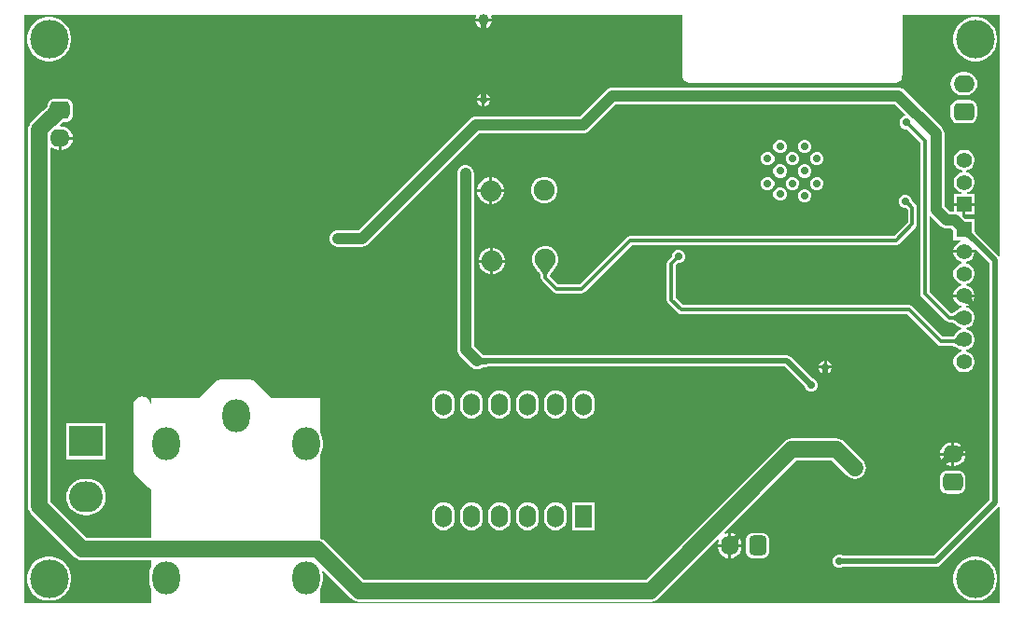
<source format=gbl>
G04*
G04 #@! TF.GenerationSoftware,Altium Limited,Altium Designer,21.0.8 (223)*
G04*
G04 Layer_Physical_Order=2*
G04 Layer_Color=16711680*
%FSTAX25Y25*%
%MOIN*%
G70*
G04*
G04 #@! TF.SameCoordinates,ACC495E8-7B1D-45BE-8A89-05A210FF911E*
G04*
G04*
G04 #@! TF.FilePolarity,Positive*
G04*
G01*
G75*
%ADD94C,0.01181*%
%ADD95C,0.01968*%
%ADD96C,0.03937*%
%ADD97C,0.05906*%
%ADD100C,0.02756*%
%ADD101O,0.12000X0.11000*%
%ADD102R,0.12000X0.11000*%
%ADD103C,0.05512*%
%ADD104R,0.05512X0.05512*%
%ADD105C,0.07500*%
%ADD106O,0.09843X0.11811*%
G04:AMPARAMS|DCode=107|XSize=70.87mil|YSize=62.99mil|CornerRadius=15.75mil|HoleSize=0mil|Usage=FLASHONLY|Rotation=270.000|XOffset=0mil|YOffset=0mil|HoleType=Round|Shape=RoundedRectangle|*
%AMROUNDEDRECTD107*
21,1,0.07087,0.03150,0,0,270.0*
21,1,0.03937,0.06299,0,0,270.0*
1,1,0.03150,-0.01575,-0.01968*
1,1,0.03150,-0.01575,0.01968*
1,1,0.03150,0.01575,0.01968*
1,1,0.03150,0.01575,-0.01968*
%
%ADD107ROUNDEDRECTD107*%
%ADD108O,0.06299X0.07087*%
%ADD109O,0.07500X0.06200*%
G04:AMPARAMS|DCode=110|XSize=62mil|YSize=75mil|CornerRadius=15.5mil|HoleSize=0mil|Usage=FLASHONLY|Rotation=90.000|XOffset=0mil|YOffset=0mil|HoleType=Round|Shape=RoundedRectangle|*
%AMROUNDEDRECTD110*
21,1,0.06200,0.04400,0,0,90.0*
21,1,0.03100,0.07500,0,0,90.0*
1,1,0.03100,0.02200,0.01550*
1,1,0.03100,0.02200,-0.01550*
1,1,0.03100,-0.02200,-0.01550*
1,1,0.03100,-0.02200,0.01550*
%
%ADD110ROUNDEDRECTD110*%
%ADD111O,0.07087X0.06299*%
G04:AMPARAMS|DCode=112|XSize=70.87mil|YSize=62.99mil|CornerRadius=15.75mil|HoleSize=0mil|Usage=FLASHONLY|Rotation=180.000|XOffset=0mil|YOffset=0mil|HoleType=Round|Shape=RoundedRectangle|*
%AMROUNDEDRECTD112*
21,1,0.07087,0.03150,0,0,180.0*
21,1,0.03937,0.06299,0,0,180.0*
1,1,0.03150,-0.01968,0.01575*
1,1,0.03150,0.01968,0.01575*
1,1,0.03150,0.01968,-0.01575*
1,1,0.03150,-0.01968,-0.01575*
%
%ADD112ROUNDEDRECTD112*%
%ADD113O,0.06000X0.08000*%
%ADD114R,0.06000X0.08000*%
%ADD115C,0.03937*%
%ADD116C,0.13780*%
G36*
X0451337Y0246965D02*
X0450837Y0246832D01*
X0443099Y0254569D01*
X0442663Y0255036D01*
X0442451Y0255301D01*
X0442274Y0255556D01*
X0442256Y0255587D01*
Y0256309D01*
X0442264Y0256347D01*
X0442256Y0256385D01*
Y0260063D01*
X0438978D01*
X0437905Y0261137D01*
X0438083Y0261566D01*
Y0264854D01*
X0434827D01*
Y0262624D01*
X0433658D01*
X0431494Y0264787D01*
Y0290685D01*
X0431392Y029146D01*
X0431093Y0292182D01*
X0430617Y0292802D01*
X0417117Y0306302D01*
X0416497Y0306778D01*
X0415775Y0307077D01*
X0415Y0307179D01*
X0313D01*
X0312225Y0307077D01*
X0311503Y0306778D01*
X0310883Y0306302D01*
X0301276Y0296695D01*
X0264173D01*
X0263398Y0296593D01*
X0262975Y0296418D01*
X0262676Y0296294D01*
X0262056Y0295818D01*
X0222417Y0256179D01*
X0215D01*
X0214805Y0256153D01*
X0214609D01*
X021442Y0256103D01*
X0214225Y0256077D01*
X0214044Y0256002D01*
X0213854Y0255951D01*
X0213684Y0255853D01*
X0213503Y0255778D01*
X0213347Y0255659D01*
X0213177Y025556D01*
X0213038Y0255422D01*
X0212883Y0255302D01*
X0212763Y0255147D01*
X0212625Y0255008D01*
X0212526Y0254838D01*
X0212407Y0254682D01*
X0212332Y0254501D01*
X0212234Y0254331D01*
X0212183Y0254141D01*
X0212108Y025396D01*
X0212082Y0253765D01*
X0212032Y0253576D01*
Y025338D01*
X0212006Y0253185D01*
X0212032Y025299D01*
Y0252794D01*
X0212082Y0252605D01*
X0212108Y025241D01*
X0212183Y0252229D01*
X0212234Y0252039D01*
X0212332Y0251869D01*
X0212407Y0251688D01*
X0212526Y0251532D01*
X0212625Y0251362D01*
X0212763Y0251223D01*
X0212883Y0251068D01*
X0213038Y0250948D01*
X0213177Y025081D01*
X0213347Y0250711D01*
X0213503Y0250592D01*
X0213684Y0250517D01*
X0213854Y0250419D01*
X0214044Y0250368D01*
X0214225Y0250293D01*
X021442Y0250267D01*
X0214609Y0250217D01*
X0214805D01*
X0215Y0250191D01*
X0223657D01*
X0224432Y0250293D01*
X0225154Y0250592D01*
X0225775Y0251068D01*
X0265413Y0290707D01*
X0302516D01*
X0303291Y0290809D01*
X0304013Y0291108D01*
X0304633Y0291584D01*
X031424Y0301191D01*
X041376D01*
X0417524Y0297427D01*
X0417326Y0296917D01*
X0416566Y0296603D01*
X0415898Y0295934D01*
X0415535Y029506D01*
Y0294114D01*
X0415898Y029324D01*
X0416566Y0292571D01*
X041744Y0292209D01*
X0417998D01*
X0422878Y0287328D01*
Y02335D01*
X0423002Y0232879D01*
X0423353Y0232353D01*
X0432042Y0223664D01*
X0432568Y0223313D01*
X0433189Y0223189D01*
X0434268D01*
X0434353Y0223174D01*
X0434478Y0223137D01*
X0434621Y0223079D01*
X0434782Y0222996D01*
X043496Y0222887D01*
X0435141Y0222759D01*
X0435585Y0222382D01*
X0435819Y0222153D01*
X0435898Y0222102D01*
X0436194Y0221806D01*
X043705Y0221311D01*
X0437715Y0221133D01*
Y0220615D01*
X043705Y0220437D01*
X0436194Y0219942D01*
X0435495Y0219243D01*
X0435333Y0218963D01*
X0435281Y0218909D01*
X043512Y0218659D01*
X0434978Y0218467D01*
X0434841Y0218309D01*
X0434711Y0218183D01*
X0434591Y0218087D01*
X043448Y0218016D01*
X0434379Y0217967D01*
X0434284Y0217935D01*
X0434206Y021792D01*
X0431058D01*
X0420147Y0228832D01*
X0419621Y0229183D01*
X0419Y0229307D01*
X0338172D01*
X0335622Y0231857D01*
Y0243513D01*
X0336416Y0244307D01*
X0336973D01*
X0337847Y0244669D01*
X0338516Y0245338D01*
X0338878Y0246212D01*
Y0247158D01*
X0338516Y0248032D01*
X0337847Y0248701D01*
X0336973Y0249063D01*
X0336027D01*
X0335153Y0248701D01*
X0334484Y0248032D01*
X0334122Y0247158D01*
Y0246601D01*
X0332853Y0245332D01*
X0332502Y0244806D01*
X0332378Y0244185D01*
Y0231185D01*
X0332502Y0230564D01*
X0332853Y0230038D01*
X0336353Y0226538D01*
X0336879Y0226187D01*
X03375Y0226063D01*
X0418328D01*
X042924Y0215152D01*
X0429766Y02148D01*
X0430386Y0214677D01*
X043449D01*
X0434569Y0214664D01*
X0434702Y0214631D01*
X0435114Y0214484D01*
X0435317Y0214394D01*
X0436182Y021393D01*
X04365Y0213735D01*
X0436595Y02137D01*
X043705Y0213437D01*
X0437715Y0213259D01*
Y0212741D01*
X043705Y0212563D01*
X0436194Y0212069D01*
X0435495Y0211369D01*
X0435Y0210513D01*
X0434744Y0209558D01*
Y0208569D01*
X0435Y0207613D01*
X0435495Y0206757D01*
X0436194Y0206058D01*
X043705Y0205563D01*
X0438005Y0205307D01*
X0438995D01*
X043995Y0205563D01*
X0440806Y0206058D01*
X0441505Y0206757D01*
X0442Y0207613D01*
X0442256Y0208569D01*
Y0209558D01*
X0442Y0210513D01*
X0441505Y0211369D01*
X0440806Y0212069D01*
X043995Y0212563D01*
X0439285Y0212741D01*
Y0213259D01*
X043995Y0213437D01*
X0440806Y0213931D01*
X0441505Y0214631D01*
X0442Y0215487D01*
X0442256Y0216442D01*
Y0217431D01*
X0442Y0218387D01*
X0441505Y0219243D01*
X0440806Y0219942D01*
X043995Y0220437D01*
X0439285Y0220615D01*
Y0221133D01*
X043995Y0221311D01*
X0440806Y0221806D01*
X0441505Y0222505D01*
X0442Y0223361D01*
X0442256Y0224317D01*
Y0225306D01*
X0442Y0226261D01*
X0441505Y0227117D01*
X0440806Y0227817D01*
X043995Y0228311D01*
X0439285Y0228489D01*
Y0229007D01*
X043995Y0229185D01*
X0440316Y0229396D01*
X0440194Y0229479D01*
X0439978Y0229601D01*
X0439756Y0229703D01*
X0439525Y0229787D01*
X0439287Y0229851D01*
X0439042Y0229896D01*
X0438788Y0229922D01*
X0438528Y0229929D01*
X0440783Y0232185D01*
X04385D01*
X0434746D01*
X0435Y0231235D01*
X0435495Y0230379D01*
X0436194Y022968D01*
X043705Y0229185D01*
X0437715Y0229007D01*
Y0228489D01*
X043705Y0228311D01*
X0436194Y0227817D01*
X0435906Y0227528D01*
X0435835Y0227485D01*
X0435348Y0227029D01*
X0435152Y0226871D01*
X043496Y0226735D01*
X0434782Y0226626D01*
X0434621Y0226543D01*
X0434478Y0226485D01*
X0434353Y0226448D01*
X0434268Y0226433D01*
X0433861D01*
X0426122Y0234172D01*
Y0260984D01*
X0426622Y0261191D01*
X04303Y0257513D01*
X043092Y0257037D01*
X0431219Y0256913D01*
X0431642Y0256738D01*
X0432417Y0256636D01*
X0433937D01*
X0434744Y0255829D01*
Y0252551D01*
X0437426D01*
X0437491Y0252051D01*
X043705Y0251933D01*
X0436194Y0251438D01*
X0435495Y0250739D01*
X0435Y0249883D01*
X0434746Y0248933D01*
X04385D01*
X0442254D01*
X0442236Y0249003D01*
X0442684Y0249262D01*
X0447477Y0244469D01*
Y0159523D01*
X0427662Y0139708D01*
X039533D01*
X0394473Y0140063D01*
X0393527D01*
X0392653Y0139701D01*
X0391984Y0139032D01*
X0391622Y0138158D01*
Y0137212D01*
X0391984Y0136338D01*
X0392653Y0135669D01*
X0393527Y0135307D01*
X0394473D01*
X039533Y0135662D01*
X04285D01*
X0429274Y0135816D01*
X0429931Y0136255D01*
X0450837Y015716D01*
X0451204Y0157063D01*
X0451337Y015697D01*
Y0122679D01*
X0208465D01*
Y0127554D01*
X0208997Y012855D01*
X0209336Y0129666D01*
X020945Y0130827D01*
Y0132795D01*
X0209336Y0133956D01*
X02093Y0134074D01*
X0209742Y0134339D01*
X0219715Y0124366D01*
X0219715Y0124366D01*
X0220541Y0123732D01*
X0221502Y0123334D01*
X0222534Y0123198D01*
X0222534Y0123198D01*
X03265D01*
X03265Y0123198D01*
X0327532Y0123334D01*
X0328493Y0123732D01*
X0329319Y0124366D01*
X0350627Y0145674D01*
X0351051Y0145391D01*
X03508Y0144784D01*
X0350671Y0143807D01*
X0354343D01*
Y014782D01*
X0353759Y0147744D01*
X0353153Y0147492D01*
X035287Y0147916D01*
X0378651Y0173698D01*
X0391349D01*
X0396681Y0168366D01*
X0397507Y0167732D01*
X0398468Y0167334D01*
X03995Y0167198D01*
X0400532Y0167334D01*
X0401493Y0167732D01*
X0402319Y0168366D01*
X0402953Y0169192D01*
X0403351Y0170153D01*
X0403487Y0171185D01*
X0403351Y0172217D01*
X0402953Y0173179D01*
X0402319Y0174004D01*
X0395819Y0180504D01*
X0394993Y0181138D01*
X0394032Y0181536D01*
X0393Y0181672D01*
X0393Y0181672D01*
X0377D01*
X0375968Y0181536D01*
X0375007Y0181138D01*
X0374181Y0180504D01*
X0374181Y0180504D01*
X0324849Y0131172D01*
X0224185D01*
X0210495Y0144862D01*
X0209669Y0145496D01*
X0208708Y0145894D01*
X0208465Y0145926D01*
Y0175428D01*
X0208997Y0176424D01*
X0209336Y017754D01*
X020945Y0178701D01*
Y0180669D01*
X0209336Y018183D01*
X0208997Y0182946D01*
X0208465Y0183942D01*
Y0196161D01*
X0191258D01*
X0185617Y0201802D01*
X0184997Y0202278D01*
X0184275Y0202577D01*
X01835Y0202679D01*
X0173D01*
X0172225Y0202577D01*
X0171503Y0202278D01*
X0170883Y0201802D01*
X0165242Y0196161D01*
X0148425D01*
Y0194241D01*
X0147925Y0194209D01*
X0147892Y019446D01*
X0147593Y0195182D01*
X0147117Y0195802D01*
X0146497Y0196278D01*
X0145775Y0196577D01*
X0145Y0196679D01*
X0144225Y0196577D01*
X0143503Y0196278D01*
X0142883Y0195802D01*
X0142407Y0195182D01*
X0142108Y019446D01*
X0142006Y0193685D01*
Y0170685D01*
X0142108Y016991D01*
X0142407Y0169188D01*
X0142883Y0168568D01*
X0147383Y0164068D01*
X0148003Y0163592D01*
X0148425Y0163417D01*
Y014603D01*
X0125293D01*
X0112239Y0159084D01*
Y0285506D01*
X0112739Y0285753D01*
X0113262Y0285352D01*
X0114271Y0284934D01*
X0115248Y0284805D01*
Y0288976D01*
X0115748D01*
Y0289476D01*
X0120261D01*
X0120185Y029006D01*
X0119766Y0291069D01*
X0119101Y0291936D01*
X0118234Y0292601D01*
X0117225Y0293019D01*
X0116142Y0293162D01*
X0115885D01*
X0115678Y0293662D01*
X0116821Y0294805D01*
X0117717D01*
X0118389Y0294893D01*
X0119015Y0295152D01*
X0119553Y0295565D01*
X0119966Y0296103D01*
X0120225Y0296729D01*
X0120314Y0297402D01*
Y0300551D01*
X0120225Y0301223D01*
X0119966Y030185D01*
X0119553Y0302388D01*
X0119015Y03028D01*
X0118389Y030306D01*
X0117717Y0303148D01*
X0113779D01*
X0113107Y030306D01*
X0112481Y03028D01*
X0111943Y0302388D01*
X011153Y030185D01*
X0111271Y0301223D01*
X0111182Y0300551D01*
Y0300443D01*
X0109783Y0299044D01*
X0109593Y0298898D01*
X0109593Y0298898D01*
X0105433Y0294737D01*
X0104799Y0293912D01*
X0104401Y029295D01*
X0104265Y0291918D01*
X0104265Y0291918D01*
Y0157433D01*
X0104265Y0157433D01*
X0104401Y0156401D01*
X0104799Y015544D01*
X0105433Y0154614D01*
X0120823Y0139224D01*
X0120823Y0139224D01*
X0121648Y0138591D01*
X012261Y0138192D01*
X0123642Y0138056D01*
X0123642Y0138056D01*
X0148425D01*
Y0135862D01*
X0148003Y0135072D01*
X0147664Y0133956D01*
X014755Y0132795D01*
Y0130827D01*
X0147664Y0129666D01*
X0148003Y012855D01*
X0148425Y012776D01*
Y0122679D01*
X0102994D01*
Y0333226D01*
X0264117D01*
X0264405Y0332726D01*
X0264234Y0332429D01*
X0264061Y0331784D01*
X0269939D01*
X0269766Y0332429D01*
X0269595Y0332726D01*
X0269883Y0333226D01*
X033797D01*
Y0311685D01*
X0338072Y031091D01*
X0338372Y0310188D01*
X0338847Y0309568D01*
X0339468Y0309092D01*
X034019Y0308793D01*
X0340965Y0308691D01*
X0413535D01*
X041431Y0308793D01*
X0415032Y0309092D01*
X0415653Y0309568D01*
X0416128Y0310188D01*
X0416428Y031091D01*
X041653Y0311685D01*
Y0333226D01*
X0451337D01*
Y0246965D01*
D02*
G37*
G36*
X0441132Y0256194D02*
X0441077Y0256013D01*
Y0255804D01*
X0441132Y0255568D01*
X0441244Y0255303D01*
X0441411Y0255011D01*
X0441634Y0254691D01*
X0441891Y0254369D01*
X0442669Y0253536D01*
X0443185Y0253014D01*
X0441793Y0251622D01*
X0441271Y0252138D01*
X0439984Y0253266D01*
X0439796Y0253396D01*
X0439504Y0253563D01*
X043924Y0253675D01*
X0439003Y025373D01*
X0438794D01*
X0438613Y0253675D01*
X043846Y0253563D01*
X0439009Y0254112D01*
X0438816Y025423D01*
X0438636Y0254311D01*
X0438499Y0254339D01*
X0440469Y0256308D01*
X0440496Y0256171D01*
X0440577Y0255992D01*
X0440695Y0255798D01*
X0441244Y0256347D01*
X0441132Y0256194D01*
D02*
G37*
G36*
X0336488Y0245504D02*
X0336421Y02455D01*
X0336351Y0245487D01*
X0336278Y0245464D01*
X0336202Y0245432D01*
X0336124Y024539D01*
X0336043Y024534D01*
X033596Y024528D01*
X0335874Y024521D01*
X0335693Y0245043D01*
X0334858Y0245878D01*
X0334946Y024597D01*
X0335094Y0246145D01*
X0335155Y0246228D01*
X0335205Y0246309D01*
X0335247Y0246387D01*
X0335279Y0246463D01*
X0335302Y0246536D01*
X0335315Y0246606D01*
X0335319Y0246673D01*
X0336488Y0245504D01*
D02*
G37*
G36*
X0436532Y0222882D02*
X0436272Y0223136D01*
X0435767Y0223565D01*
X0435522Y0223739D01*
X0435282Y0223886D01*
X0435046Y0224006D01*
X0434816Y02241D01*
X043459Y0224167D01*
X043437Y0224207D01*
X0434155Y022422D01*
Y0225402D01*
X043437Y0225415D01*
X043459Y0225455D01*
X0434816Y0225522D01*
X0435046Y0225616D01*
X0435282Y0225736D01*
X0435522Y0225884D01*
X0435767Y0226058D01*
X0436017Y0226258D01*
X0436532Y022674D01*
Y0222882D01*
D02*
G37*
G36*
X0437032Y0214604D02*
X043669Y0214814D01*
X0435766Y0215311D01*
X0435492Y0215432D01*
X0434996Y0215609D01*
X0434773Y0215664D01*
X0434568Y0215697D01*
X043438Y0215708D01*
X0434091Y0216889D01*
X0434321Y0216904D01*
X0434545Y0216948D01*
X0434764Y0217021D01*
X0434977Y0217124D01*
X0435185Y0217256D01*
X0435387Y0217418D01*
X0435583Y0217609D01*
X0435774Y0217829D01*
X0435959Y0218079D01*
X0436138Y0218358D01*
X0437032Y0214604D01*
D02*
G37*
%LPC*%
G36*
X0269939Y0330784D02*
X02675D01*
Y0328344D01*
X0268146Y0328517D01*
X0268823Y0328908D01*
X0269375Y0329461D01*
X0269766Y0330138D01*
X0269939Y0330784D01*
D02*
G37*
G36*
X02665D02*
X0264061D01*
X0264234Y0330138D01*
X0264625Y0329461D01*
X0265177Y0328908D01*
X0265854Y0328517D01*
X02665Y0328344D01*
Y0330784D01*
D02*
G37*
G36*
X0443297Y0332299D02*
X0441743D01*
X0440218Y0331996D01*
X0438783Y0331401D01*
X043749Y0330538D01*
X0436391Y0329439D01*
X0435528Y0328147D01*
X0434933Y0326711D01*
X043463Y0325186D01*
Y0323632D01*
X0434933Y0322108D01*
X0435528Y0320672D01*
X0436391Y031938D01*
X043749Y0318281D01*
X0438783Y0317418D01*
X0440218Y0316823D01*
X0441743Y031652D01*
X0443297D01*
X0444821Y0316823D01*
X0446257Y0317418D01*
X0447549Y0318281D01*
X0448648Y031938D01*
X0449511Y0320672D01*
X0450106Y0322108D01*
X045041Y0323632D01*
Y0325186D01*
X0450106Y0326711D01*
X0449511Y0328147D01*
X0448648Y0329439D01*
X0447549Y0330538D01*
X0446257Y0331401D01*
X0444821Y0331996D01*
X0443297Y0332299D01*
D02*
G37*
G36*
X0112588D02*
X0111034D01*
X010951Y0331996D01*
X0108074Y0331401D01*
X0106782Y0330538D01*
X0105683Y0329439D01*
X0104819Y0328147D01*
X0104225Y0326711D01*
X0103921Y0325186D01*
Y0323632D01*
X0104225Y0322108D01*
X0104819Y0320672D01*
X0105683Y031938D01*
X0106782Y0318281D01*
X0108074Y0317418D01*
X010951Y0316823D01*
X0111034Y031652D01*
X0112588D01*
X0114112Y0316823D01*
X0115548Y0317418D01*
X0116841Y0318281D01*
X0117939Y031938D01*
X0118803Y0320672D01*
X0119398Y0322108D01*
X0119701Y0323632D01*
Y0325186D01*
X0119398Y0326711D01*
X0118803Y0328147D01*
X0117939Y0329439D01*
X0116841Y0330538D01*
X0115548Y0331401D01*
X0114112Y0331996D01*
X0112588Y0332299D01*
D02*
G37*
G36*
X043915Y0312635D02*
X043785D01*
X043678Y0312494D01*
X0435782Y0312081D01*
X0434926Y0311424D01*
X0434269Y0310568D01*
X0433855Y030957D01*
X0433715Y03085D01*
X0433855Y030743D01*
X0434269Y0306432D01*
X0434926Y0305576D01*
X0435782Y0304919D01*
X043678Y0304505D01*
X043785Y0304365D01*
X043915D01*
X044022Y0304505D01*
X0441218Y0304919D01*
X0442074Y0305576D01*
X0442731Y0306432D01*
X0443145Y030743D01*
X0443285Y03085D01*
X0443145Y030957D01*
X0442731Y0310568D01*
X0442074Y0311424D01*
X0441218Y0312081D01*
X044022Y0312494D01*
X043915Y0312635D01*
D02*
G37*
G36*
X0267429Y0305123D02*
Y0303256D01*
X0269296D01*
X0268945Y0304103D01*
X0268276Y0304772D01*
X0267429Y0305123D01*
D02*
G37*
G36*
X0266429D02*
X0265582Y0304772D01*
X0264913Y0304103D01*
X0264562Y0303256D01*
X0266429D01*
Y0305123D01*
D02*
G37*
G36*
X0269296Y0302256D02*
X0267429D01*
Y0300389D01*
X0268276Y030074D01*
X0268945Y0301409D01*
X0269296Y0302256D01*
D02*
G37*
G36*
X0266429D02*
X0264562D01*
X0264913Y0301409D01*
X0265582Y030074D01*
X0266429Y0300389D01*
Y0302256D01*
D02*
G37*
G36*
X04407Y030265D02*
X04363D01*
X0435305Y0302452D01*
X0434461Y0301888D01*
X0433898Y0301045D01*
X04337Y030005D01*
Y029695D01*
X0433898Y0295955D01*
X0434461Y0295111D01*
X0435305Y0294548D01*
X04363Y029435D01*
X04407D01*
X0441695Y0294548D01*
X0442538Y0295111D01*
X0443102Y0295955D01*
X04433Y029695D01*
Y030005D01*
X0443102Y0301045D01*
X0442538Y0301888D01*
X0441695Y0302452D01*
X04407Y030265D01*
D02*
G37*
G36*
X0120261Y0288476D02*
X0116248D01*
Y0284805D01*
X0117225Y0284934D01*
X0118234Y0285352D01*
X0119101Y0286017D01*
X0119766Y0286884D01*
X0120185Y0287893D01*
X0120261Y0288476D01*
D02*
G37*
G36*
X0382079Y0288421D02*
X0381133D01*
X0380259Y0288059D01*
X037959Y028739D01*
X0379228Y0286516D01*
Y028557D01*
X037959Y0284696D01*
X0380259Y0284027D01*
X0381133Y0283665D01*
X0382079D01*
X0382953Y0284027D01*
X0383622Y0284696D01*
X0383984Y028557D01*
Y0286516D01*
X0383622Y028739D01*
X0382953Y0288059D01*
X0382079Y0288421D01*
D02*
G37*
G36*
X0373292D02*
X0372346D01*
X0371472Y0288059D01*
X0370803Y028739D01*
X0370441Y0286516D01*
Y028557D01*
X0370803Y0284696D01*
X0371472Y0284027D01*
X0372346Y0283665D01*
X0373292D01*
X0374166Y0284027D01*
X0374835Y0284696D01*
X0375197Y028557D01*
Y0286516D01*
X0374835Y028739D01*
X0374166Y0288059D01*
X0373292Y0288421D01*
D02*
G37*
G36*
X0386473Y0284028D02*
X0385527D01*
X0384653Y0283665D01*
X0383984Y0282997D01*
X0383622Y0282123D01*
Y0281177D01*
X0383984Y0280303D01*
X0384653Y0279634D01*
X0385527Y0279272D01*
X0386473D01*
X0387347Y0279634D01*
X0388016Y0280303D01*
X0388378Y0281177D01*
Y0282123D01*
X0388016Y0282997D01*
X0387347Y0283665D01*
X0386473Y0284028D01*
D02*
G37*
G36*
X0377686D02*
X037674D01*
X0375866Y0283665D01*
X0375197Y0282997D01*
X0374835Y0282123D01*
Y0281177D01*
X0375197Y0280303D01*
X0375866Y0279634D01*
X037674Y0279272D01*
X0377686D01*
X037856Y0279634D01*
X0379228Y0280303D01*
X0379591Y0281177D01*
Y0282123D01*
X0379228Y0282997D01*
X037856Y0283665D01*
X0377686Y0284028D01*
D02*
G37*
G36*
X0368898D02*
X0367952D01*
X0367078Y0283665D01*
X0366409Y0282997D01*
X0366047Y0282123D01*
Y0281177D01*
X0366409Y0280303D01*
X0367078Y0279634D01*
X0367952Y0279272D01*
X0368898D01*
X0369772Y0279634D01*
X0370441Y0280303D01*
X0370803Y0281177D01*
Y0282123D01*
X0370441Y0282997D01*
X0369772Y0283665D01*
X0368898Y0284028D01*
D02*
G37*
G36*
X0382079Y0279634D02*
X0381133D01*
X0380259Y0279272D01*
X037959Y0278603D01*
X0379228Y0277729D01*
Y0276783D01*
X037959Y0275909D01*
X0380259Y027524D01*
X0381133Y0274878D01*
X0382079D01*
X0382953Y027524D01*
X0383622Y0275909D01*
X0383984Y0276783D01*
Y0277729D01*
X0383622Y0278603D01*
X0382953Y0279272D01*
X0382079Y0279634D01*
D02*
G37*
G36*
X0373292D02*
X0372346D01*
X0371472Y0279272D01*
X0370803Y0278603D01*
X0370441Y0277729D01*
Y0276783D01*
X0370803Y0275909D01*
X0371472Y027524D01*
X0372346Y0274878D01*
X0373292D01*
X0374166Y027524D01*
X0374835Y0275909D01*
X0375197Y0276783D01*
Y0277729D01*
X0374835Y0278603D01*
X0374166Y0279272D01*
X0373292Y0279634D01*
D02*
G37*
G36*
X0270102Y0274919D02*
X0269976D01*
Y0270669D01*
X0274226D01*
Y0270795D01*
X0273903Y0272003D01*
X0273277Y0273086D01*
X0272393Y027397D01*
X027131Y0274596D01*
X0270102Y0274919D01*
D02*
G37*
G36*
X0268976D02*
X0268851D01*
X0267643Y0274596D01*
X026656Y027397D01*
X0265675Y0273086D01*
X026505Y0272003D01*
X0264726Y0270795D01*
Y0270669D01*
X0268976D01*
Y0274919D01*
D02*
G37*
G36*
X0386473Y027524D02*
X0385527D01*
X0384653Y0274878D01*
X0383984Y0274209D01*
X0383622Y0273335D01*
Y0272389D01*
X0383984Y0271515D01*
X0384653Y0270846D01*
X0385527Y0270484D01*
X0386473D01*
X0387347Y0270846D01*
X0388016Y0271515D01*
X0388378Y0272389D01*
Y0273335D01*
X0388016Y0274209D01*
X0387347Y0274878D01*
X0386473Y027524D01*
D02*
G37*
G36*
X0377686D02*
X037674D01*
X0375866Y0274878D01*
X0375197Y0274209D01*
X0374835Y0273335D01*
Y0272389D01*
X0375197Y0271515D01*
X0375866Y0270846D01*
X037674Y0270484D01*
X0377686D01*
X037856Y0270846D01*
X0379228Y0271515D01*
X0379591Y0272389D01*
Y0273335D01*
X0379228Y0274209D01*
X037856Y0274878D01*
X0377686Y027524D01*
D02*
G37*
G36*
X0368898D02*
X0367952D01*
X0367078Y0274878D01*
X0366409Y0274209D01*
X0366047Y0273335D01*
Y0272389D01*
X0366409Y0271515D01*
X0367078Y0270846D01*
X0367952Y0270484D01*
X0368898D01*
X0369772Y0270846D01*
X0370441Y0271515D01*
X0370803Y0272389D01*
Y0273335D01*
X0370441Y0274209D01*
X0369772Y0274878D01*
X0368898Y027524D01*
D02*
G37*
G36*
X0373292Y0271335D02*
X0372346D01*
X0371472Y0270973D01*
X0370803Y0270304D01*
X0370441Y026943D01*
Y0268484D01*
X0370803Y026761D01*
X0371472Y0266941D01*
X0372346Y0266579D01*
X0373292D01*
X0374166Y0266941D01*
X0374835Y026761D01*
X0375197Y0268484D01*
Y026943D01*
X0374835Y0270304D01*
X0374166Y0270973D01*
X0373292Y0271335D01*
D02*
G37*
G36*
X0382079Y0270847D02*
X0381133D01*
X0380259Y0270484D01*
X037959Y0269815D01*
X0379228Y0268941D01*
Y0267996D01*
X037959Y0267122D01*
X0380259Y0266453D01*
X0381133Y0266091D01*
X0382079D01*
X0382953Y0266453D01*
X0383622Y0267122D01*
X0383984Y0267996D01*
Y0268941D01*
X0383622Y0269815D01*
X0382953Y0270484D01*
X0382079Y0270847D01*
D02*
G37*
G36*
X0439077Y0284858D02*
X0438088D01*
X0437133Y0284602D01*
X0436276Y0284108D01*
X0435577Y0283409D01*
X0435083Y0282552D01*
X0434827Y0281597D01*
Y0280608D01*
X0435083Y0279653D01*
X0435577Y0278796D01*
X0436276Y0278097D01*
X0437133Y0277602D01*
X0437798Y0277424D01*
Y0276906D01*
X0437133Y0276728D01*
X0436276Y0276234D01*
X0435577Y0275535D01*
X0435083Y0274678D01*
X0434827Y0273723D01*
Y0272734D01*
X0435083Y0271779D01*
X0435577Y0270922D01*
X0436276Y0270223D01*
X0437133Y0269728D01*
X0437574Y026961D01*
X0437508Y026911D01*
X0434827D01*
Y0265854D01*
X0438583D01*
X0442339D01*
Y026911D01*
X0439657D01*
X0439591Y026961D01*
X0440032Y0269728D01*
X0440889Y0270223D01*
X0441588Y0270922D01*
X0442083Y0271779D01*
X0442339Y0272734D01*
Y0273723D01*
X0442083Y0274678D01*
X0441588Y0275535D01*
X0440889Y0276234D01*
X0440032Y0276728D01*
X0439367Y0276906D01*
Y0277424D01*
X0440032Y0277602D01*
X0440889Y0278097D01*
X0441588Y0278796D01*
X0442083Y0279653D01*
X0442339Y0280608D01*
Y0281597D01*
X0442083Y0282552D01*
X0441588Y0283409D01*
X0440889Y0284108D01*
X0440032Y0284602D01*
X0439077Y0284858D01*
D02*
G37*
G36*
X0289302Y0275219D02*
X0288051D01*
X0286843Y0274896D01*
X028576Y027427D01*
X0284875Y0273386D01*
X028425Y0272303D01*
X0283926Y0271095D01*
Y0269844D01*
X028425Y0268636D01*
X0284875Y0267553D01*
X028576Y0266668D01*
X0286843Y0266043D01*
X0288051Y0265719D01*
X0289302D01*
X029051Y0266043D01*
X0291593Y0266668D01*
X0292477Y0267553D01*
X0293103Y0268636D01*
X0293426Y0269844D01*
Y0271095D01*
X0293103Y0272303D01*
X0292477Y0273386D01*
X0291593Y027427D01*
X029051Y0274896D01*
X0289302Y0275219D01*
D02*
G37*
G36*
X0274226Y0269669D02*
X0269976D01*
Y0265419D01*
X0270102D01*
X027131Y0265743D01*
X0272393Y0266368D01*
X0273277Y0267253D01*
X0273903Y0268336D01*
X0274226Y0269544D01*
Y0269669D01*
D02*
G37*
G36*
X0268976D02*
X0264726D01*
Y0269544D01*
X026505Y0268336D01*
X0265675Y0267253D01*
X026656Y0266368D01*
X0267643Y0265743D01*
X0268851Y0265419D01*
X0268976D01*
Y0269669D01*
D02*
G37*
G36*
X0442339Y0264854D02*
X0439083D01*
Y0261598D01*
X0442339D01*
Y0264854D01*
D02*
G37*
G36*
X0270502Y0249819D02*
X0270376D01*
Y0245569D01*
X0274626D01*
Y0245695D01*
X0274303Y0246903D01*
X0273677Y0247986D01*
X0272793Y024887D01*
X027171Y0249496D01*
X0270502Y0249819D01*
D02*
G37*
G36*
X0269376D02*
X0269251D01*
X0268043Y0249496D01*
X026696Y024887D01*
X0266075Y0247986D01*
X026545Y0246903D01*
X0265126Y0245695D01*
Y0245569D01*
X0269376D01*
Y0249819D01*
D02*
G37*
G36*
X0274626Y0244569D02*
X0270376D01*
Y0240319D01*
X0270502D01*
X027171Y0240643D01*
X0272793Y0241268D01*
X0273677Y0242153D01*
X0274303Y0243236D01*
X0274626Y0244444D01*
Y0244569D01*
D02*
G37*
G36*
X0269376D02*
X0265126D01*
Y0244444D01*
X026545Y0243236D01*
X0266075Y0242153D01*
X026696Y0241268D01*
X0268043Y0240643D01*
X0269251Y0240319D01*
X0269376D01*
Y0244569D01*
D02*
G37*
G36*
X0417993Y0268815D02*
X0417047D01*
X0416173Y0268453D01*
X0415504Y0267784D01*
X0415142Y026691D01*
Y0265964D01*
X0415504Y026509D01*
X0416173Y0264421D01*
X0417047Y0264059D01*
X0417924D01*
X0418457Y0263526D01*
Y0258935D01*
X0413463Y0253941D01*
X0319134D01*
X0318514Y0253818D01*
X0317988Y0253466D01*
X0301328Y0236807D01*
X0293672D01*
X0290607Y0239871D01*
X0290631Y0239979D01*
X0290696Y0240165D01*
X0290799Y0240386D01*
X0290943Y0240638D01*
X029113Y0240918D01*
X0291354Y0241213D01*
X0291961Y0241904D01*
X0292327Y0242275D01*
X029238Y0242355D01*
X0292777Y0242753D01*
X0293403Y0243836D01*
X0293726Y0245044D01*
Y0246295D01*
X0293403Y0247503D01*
X0292777Y0248586D01*
X0291893Y024947D01*
X029081Y0250096D01*
X0289602Y0250419D01*
X0288351D01*
X0287143Y0250096D01*
X028606Y024947D01*
X0285175Y0248586D01*
X028455Y0247503D01*
X0284226Y0246295D01*
Y0245044D01*
X028455Y0243836D01*
X0285175Y0242753D01*
X0285573Y0242355D01*
X0285626Y0242275D01*
X0285992Y0241904D01*
X0286599Y0241213D01*
X0286823Y0240918D01*
X028701Y0240638D01*
X0287154Y0240386D01*
X0287257Y0240165D01*
X0287322Y0239979D01*
X0287354Y023983D01*
X0287355Y0239827D01*
Y0239209D01*
X0287355Y0239209D01*
X0287478Y0238588D01*
X028783Y0238062D01*
X0291853Y0234038D01*
X0292379Y0233687D01*
X0293Y0233563D01*
X0302D01*
X0302621Y0233687D01*
X0303147Y0234038D01*
X0319806Y0250698D01*
X0414134D01*
X0414755Y0250821D01*
X0415281Y0251173D01*
X0421226Y0257117D01*
X0421577Y0257643D01*
X04217Y0258264D01*
Y0264198D01*
X0421577Y0264818D01*
X0421226Y0265344D01*
X0419898Y0266672D01*
Y026691D01*
X0419536Y0267784D01*
X0418867Y0268453D01*
X0417993Y0268815D01*
D02*
G37*
G36*
X0442254Y0247933D02*
X04385D01*
X0434746D01*
X0435Y0246983D01*
X0435495Y0246127D01*
X0436194Y0245428D01*
X043705Y0244933D01*
X0437715Y0244755D01*
Y0244237D01*
X043705Y0244059D01*
X0436194Y0243565D01*
X0435495Y0242865D01*
X0435Y0242009D01*
X0434744Y0241054D01*
Y0240065D01*
X0435Y0239109D01*
X0435495Y0238253D01*
X0436194Y0237554D01*
X043705Y0237059D01*
X0437715Y0236881D01*
Y0236363D01*
X043705Y0236185D01*
X0436194Y023569D01*
X0435495Y0234991D01*
X0435Y0234135D01*
X0434746Y0233185D01*
X04385D01*
X0442254D01*
X0442Y0234135D01*
X0441505Y0234991D01*
X0440806Y023569D01*
X043995Y0236185D01*
X0439285Y0236363D01*
Y0236881D01*
X043995Y0237059D01*
X0440806Y0237554D01*
X0441505Y0238253D01*
X0442Y0239109D01*
X0442256Y0240065D01*
Y0241054D01*
X0442Y0242009D01*
X0441505Y0242865D01*
X0440806Y0243565D01*
X043995Y0244059D01*
X0439285Y0244237D01*
Y0244755D01*
X043995Y0244933D01*
X0440806Y0245428D01*
X0441505Y0246127D01*
X0442Y0246983D01*
X0442254Y0247933D01*
D02*
G37*
G36*
Y0232185D02*
X0441284D01*
X0441289Y0232143D01*
X0441334Y0231898D01*
X0441398Y023166D01*
X0441482Y023143D01*
X0441584Y0231207D01*
X0441706Y0230992D01*
X0441789Y0230869D01*
X0442Y0231235D01*
X0442254Y0232185D01*
D02*
G37*
G36*
X03895Y0209552D02*
Y0207685D01*
X0391367D01*
X0391016Y0208532D01*
X0390347Y0209201D01*
X03895Y0209552D01*
D02*
G37*
G36*
X03885D02*
X0387653Y0209201D01*
X0386984Y0208532D01*
X0386633Y0207685D01*
X03885D01*
Y0209552D01*
D02*
G37*
G36*
X0391367Y0206685D02*
X03895D01*
Y0204818D01*
X0390347Y0205169D01*
X0391016Y0205838D01*
X0391367Y0206685D01*
D02*
G37*
G36*
X03885D02*
X0386633D01*
X0386984Y0205838D01*
X0387653Y0205169D01*
X03885Y0204818D01*
Y0206685D01*
D02*
G37*
G36*
X02605Y02794D02*
X0260305Y0279374D01*
X0260109D01*
X025992Y0279323D01*
X0259725Y0279298D01*
X0259544Y0279222D01*
X0259354Y0279172D01*
X0259184Y0279074D01*
X0259003Y0278998D01*
X0258847Y0278879D01*
X0258677Y0278781D01*
X0258539Y0278642D01*
X0258383Y0278523D01*
X0258263Y0278367D01*
X0258125Y0278228D01*
X0258027Y0278058D01*
X0257907Y0277903D01*
X0257832Y0277721D01*
X0257734Y0277551D01*
X0257683Y0277362D01*
X0257608Y027718D01*
X0257582Y0276986D01*
X0257531Y0276796D01*
Y02766D01*
X0257506Y0276406D01*
Y0213536D01*
X0257608Y0212761D01*
X0257907Y0212038D01*
X0258383Y0211418D01*
X0262583Y0207219D01*
X0262738Y0207099D01*
X0262877Y020696D01*
X0263047Y0206862D01*
X0263203Y0206743D01*
X0263384Y0206668D01*
X0263554Y020657D01*
X0263744Y0206519D01*
X0263925Y0206444D01*
X026412Y0206418D01*
X0264309Y0206367D01*
X0264505D01*
X02647Y0206342D01*
X0264894Y0206367D01*
X0265091D01*
X026528Y0206418D01*
X0265475Y0206444D01*
X0265656Y0206519D01*
X0265846Y020657D01*
X0266016Y0206668D01*
X0266197Y0206743D01*
X0266353Y0206862D01*
X0266523Y020696D01*
X0266657Y0207095D01*
X0266657Y0207095D01*
X0266676Y0207107D01*
X0266692Y0207114D01*
X02668Y020714D01*
X0269412Y0207313D01*
X0374511D01*
X0381629Y0200195D01*
X0381984Y0199338D01*
X0382653Y0198669D01*
X0383527Y0198307D01*
X0384473D01*
X0385347Y0198669D01*
X0386016Y0199338D01*
X0386378Y0200212D01*
Y0201158D01*
X0386016Y0202032D01*
X0385347Y0202701D01*
X038449Y0203056D01*
X037678Y0210766D01*
X0376124Y0211205D01*
X0375349Y0211359D01*
X0269181D01*
X0267884Y0211403D01*
X0267099Y0211479D01*
X0266848Y021152D01*
X0266719Y0211551D01*
X0263494Y0214776D01*
Y0276406D01*
X0263469Y02766D01*
Y0276796D01*
X0263418Y0276986D01*
X0263392Y027718D01*
X0263317Y0277362D01*
X0263266Y0277551D01*
X0263168Y0277721D01*
X0263093Y0277903D01*
X0262973Y0278058D01*
X0262875Y0278228D01*
X0262737Y0278367D01*
X0262617Y0278523D01*
X0262461Y0278642D01*
X0262323Y0278781D01*
X0262153Y0278879D01*
X0261997Y0278998D01*
X0261816Y0279074D01*
X0261646Y0279172D01*
X0261456Y0279222D01*
X0261275Y0279298D01*
X026108Y0279323D01*
X0260891Y0279374D01*
X0260695D01*
X02605Y02794D01*
D02*
G37*
G36*
X0302665Y0198838D02*
X0301621Y01987D01*
X0300648Y0198297D01*
X0299813Y0197656D01*
X0299171Y019682D01*
X0298768Y0195847D01*
X0298631Y0194803D01*
Y0192803D01*
X0298768Y0191759D01*
X0299171Y0190786D01*
X0299813Y018995D01*
X0300648Y0189309D01*
X0301621Y0188906D01*
X0302665Y0188769D01*
X030371Y0188906D01*
X0304683Y0189309D01*
X0305518Y018995D01*
X0306159Y0190786D01*
X0306562Y0191759D01*
X03067Y0192803D01*
Y0194803D01*
X0306562Y0195847D01*
X0306159Y019682D01*
X0305518Y0197656D01*
X0304683Y0198297D01*
X030371Y01987D01*
X0302665Y0198838D01*
D02*
G37*
G36*
X0292665D02*
X0291621Y01987D01*
X0290648Y0198297D01*
X0289812Y0197656D01*
X0289171Y019682D01*
X0288768Y0195847D01*
X0288631Y0194803D01*
Y0192803D01*
X0288768Y0191759D01*
X0289171Y0190786D01*
X0289812Y018995D01*
X0290648Y0189309D01*
X0291621Y0188906D01*
X0292665Y0188769D01*
X029371Y0188906D01*
X0294683Y0189309D01*
X0295518Y018995D01*
X0296159Y0190786D01*
X0296562Y0191759D01*
X02967Y0192803D01*
Y0194803D01*
X0296562Y0195847D01*
X0296159Y019682D01*
X0295518Y0197656D01*
X0294683Y0198297D01*
X029371Y01987D01*
X0292665Y0198838D01*
D02*
G37*
G36*
X0282665D02*
X0281621Y01987D01*
X0280648Y0198297D01*
X0279813Y0197656D01*
X0279171Y019682D01*
X0278768Y0195847D01*
X0278631Y0194803D01*
Y0192803D01*
X0278768Y0191759D01*
X0279171Y0190786D01*
X0279813Y018995D01*
X0280648Y0189309D01*
X0281621Y0188906D01*
X0282665Y0188769D01*
X028371Y0188906D01*
X0284683Y0189309D01*
X0285518Y018995D01*
X0286159Y0190786D01*
X0286562Y0191759D01*
X02867Y0192803D01*
Y0194803D01*
X0286562Y0195847D01*
X0286159Y019682D01*
X0285518Y0197656D01*
X0284683Y0198297D01*
X028371Y01987D01*
X0282665Y0198838D01*
D02*
G37*
G36*
X0272665D02*
X0271621Y01987D01*
X0270648Y0198297D01*
X0269812Y0197656D01*
X0269171Y019682D01*
X0268768Y0195847D01*
X0268631Y0194803D01*
Y0192803D01*
X0268768Y0191759D01*
X0269171Y0190786D01*
X0269812Y018995D01*
X0270648Y0189309D01*
X0271621Y0188906D01*
X0272665Y0188769D01*
X027371Y0188906D01*
X0274683Y0189309D01*
X0275518Y018995D01*
X0276159Y0190786D01*
X0276562Y0191759D01*
X02767Y0192803D01*
Y0194803D01*
X0276562Y0195847D01*
X0276159Y019682D01*
X0275518Y0197656D01*
X0274683Y0198297D01*
X027371Y01987D01*
X0272665Y0198838D01*
D02*
G37*
G36*
X0262665D02*
X0261621Y01987D01*
X0260648Y0198297D01*
X0259812Y0197656D01*
X0259171Y019682D01*
X0258768Y0195847D01*
X0258631Y0194803D01*
Y0192803D01*
X0258768Y0191759D01*
X0259171Y0190786D01*
X0259812Y018995D01*
X0260648Y0189309D01*
X0261621Y0188906D01*
X0262665Y0188769D01*
X026371Y0188906D01*
X0264683Y0189309D01*
X0265518Y018995D01*
X0266159Y0190786D01*
X0266562Y0191759D01*
X02667Y0192803D01*
Y0194803D01*
X0266562Y0195847D01*
X0266159Y019682D01*
X0265518Y0197656D01*
X0264683Y0198297D01*
X026371Y01987D01*
X0262665Y0198838D01*
D02*
G37*
G36*
X0252665D02*
X0251621Y01987D01*
X0250648Y0198297D01*
X0249813Y0197656D01*
X0249171Y019682D01*
X0248768Y0195847D01*
X0248631Y0194803D01*
Y0192803D01*
X0248768Y0191759D01*
X0249171Y0190786D01*
X0249813Y018995D01*
X0250648Y0189309D01*
X0251621Y0188906D01*
X0252665Y0188769D01*
X025371Y0188906D01*
X0254683Y0189309D01*
X0255518Y018995D01*
X0256159Y0190786D01*
X0256562Y0191759D01*
X02567Y0192803D01*
Y0194803D01*
X0256562Y0195847D01*
X0256159Y019682D01*
X0255518Y0197656D01*
X0254683Y0198297D01*
X025371Y01987D01*
X0252665Y0198838D01*
D02*
G37*
G36*
X0435Y0180171D02*
Y01765D01*
X0437349D01*
X0435977Y0178938D01*
X0436089Y0178787D01*
X0436227Y017869D01*
X0436391Y0178646D01*
X0436581Y0178656D01*
X0436796Y0178719D01*
X0437037Y0178835D01*
X0437303Y0179005D01*
X0437549Y0179193D01*
X0436986Y0179625D01*
X0435977Y0180043D01*
X0435Y0180171D01*
D02*
G37*
G36*
X0438764Y0177499D02*
X0438435Y0177104D01*
X0438227Y01768D01*
X0438067Y0176516D01*
X0438061Y01765D01*
X0439013D01*
X0438937Y0177083D01*
X0438764Y0177499D01*
D02*
G37*
G36*
X0434Y0180171D02*
X0433023Y0180043D01*
X0432014Y0179625D01*
X0431147Y017896D01*
X0430482Y0178093D01*
X0430063Y0177083D01*
X0429987Y01765D01*
X0434D01*
Y0180171D01*
D02*
G37*
G36*
X0439013Y01755D02*
X0437929D01*
X0437974Y0175389D01*
X0437911Y01755D01*
X0435D01*
Y0171829D01*
X0435977Y0171957D01*
X0436986Y0172375D01*
X0437853Y017304D01*
X0438518Y0173907D01*
X0438937Y0174917D01*
X0439013Y01755D01*
D02*
G37*
G36*
X0132Y0187185D02*
X0118D01*
Y0174185D01*
X0132D01*
Y0187185D01*
D02*
G37*
G36*
X0431118Y01755D02*
X0429987D01*
X0430063Y0174917D01*
X0430482Y0173907D01*
X0430511Y0173869D01*
X0430756Y0174166D01*
X0430938Y0174445D01*
X0431072Y0174703D01*
X0431156Y0174939D01*
X0431191Y0175153D01*
X0431176Y0175346D01*
X0431118Y01755D01*
D02*
G37*
G36*
X0434D02*
X0431164D01*
X0433772Y0172892D01*
X0433623Y0173006D01*
X0433452Y017307D01*
X0433259Y0173084D01*
X0433045Y017305D01*
X0432809Y0172966D01*
X0432551Y0172832D01*
X0432272Y0172649D01*
X0431971Y0172417D01*
X0431965Y0172412D01*
X0432014Y0172375D01*
X0433023Y0171957D01*
X0434Y0171829D01*
Y01755D01*
D02*
G37*
G36*
X0436469Y0170172D02*
X0432531D01*
X0431859Y0170083D01*
X0431233Y0169824D01*
X0430695Y0169411D01*
X0430282Y0168873D01*
X0430023Y0168247D01*
X0429935Y0167575D01*
Y0164425D01*
X0430023Y0163753D01*
X0430282Y0163127D01*
X0430695Y0162589D01*
X0431233Y0162176D01*
X0431859Y0161917D01*
X0432531Y0161828D01*
X0436469D01*
X0437141Y0161917D01*
X0437767Y0162176D01*
X0438305Y0162589D01*
X0438718Y0163127D01*
X0438977Y0163753D01*
X0439066Y0164425D01*
Y0167575D01*
X0438977Y0168247D01*
X0438718Y0168873D01*
X0438305Y0169411D01*
X0437767Y0169824D01*
X0437141Y0170083D01*
X0436469Y0170172D01*
D02*
G37*
G36*
X01255Y0167217D02*
X01245D01*
X0123226Y0167091D01*
X0122001Y0166719D01*
X0120871Y0166116D01*
X0119882Y0165304D01*
X0119069Y0164314D01*
X0118466Y0163184D01*
X0118094Y0161959D01*
X0117969Y0160685D01*
X0118094Y0159411D01*
X0118466Y0158186D01*
X0119069Y0157056D01*
X0119882Y0156067D01*
X0120871Y0155254D01*
X0122001Y0154651D01*
X0123226Y0154279D01*
X01245Y0154154D01*
X01255D01*
X0126774Y0154279D01*
X0127999Y0154651D01*
X0129129Y0155254D01*
X0130118Y0156067D01*
X0130931Y0157056D01*
X0131534Y0158186D01*
X0131906Y0159411D01*
X0132031Y0160685D01*
X0131906Y0161959D01*
X0131534Y0163184D01*
X0130931Y0164314D01*
X0130118Y0165304D01*
X0129129Y0166116D01*
X0127999Y0166719D01*
X0126774Y0167091D01*
X01255Y0167217D01*
D02*
G37*
G36*
X0306665Y0158803D02*
X0298665D01*
Y0148803D01*
X0306665D01*
Y0158803D01*
D02*
G37*
G36*
X0292665Y0158838D02*
X0291621Y01587D01*
X0290648Y0158297D01*
X0289812Y0157656D01*
X0289171Y015682D01*
X0288768Y0155847D01*
X0288631Y0154803D01*
Y0152803D01*
X0288768Y0151759D01*
X0289171Y0150786D01*
X0289812Y014995D01*
X0290648Y0149309D01*
X0291621Y0148906D01*
X0292665Y0148769D01*
X029371Y0148906D01*
X0294683Y0149309D01*
X0295518Y014995D01*
X0296159Y0150786D01*
X0296562Y0151759D01*
X02967Y0152803D01*
Y0154803D01*
X0296562Y0155847D01*
X0296159Y015682D01*
X0295518Y0157656D01*
X0294683Y0158297D01*
X029371Y01587D01*
X0292665Y0158838D01*
D02*
G37*
G36*
X0282665D02*
X0281621Y01587D01*
X0280648Y0158297D01*
X0279813Y0157656D01*
X0279171Y015682D01*
X0278768Y0155847D01*
X0278631Y0154803D01*
Y0152803D01*
X0278768Y0151759D01*
X0279171Y0150786D01*
X0279813Y014995D01*
X0280648Y0149309D01*
X0281621Y0148906D01*
X0282665Y0148769D01*
X028371Y0148906D01*
X0284683Y0149309D01*
X0285518Y014995D01*
X0286159Y0150786D01*
X0286562Y0151759D01*
X02867Y0152803D01*
Y0154803D01*
X0286562Y0155847D01*
X0286159Y015682D01*
X0285518Y0157656D01*
X0284683Y0158297D01*
X028371Y01587D01*
X0282665Y0158838D01*
D02*
G37*
G36*
X0272665D02*
X0271621Y01587D01*
X0270648Y0158297D01*
X0269812Y0157656D01*
X0269171Y015682D01*
X0268768Y0155847D01*
X0268631Y0154803D01*
Y0152803D01*
X0268768Y0151759D01*
X0269171Y0150786D01*
X0269812Y014995D01*
X0270648Y0149309D01*
X0271621Y0148906D01*
X0272665Y0148769D01*
X027371Y0148906D01*
X0274683Y0149309D01*
X0275518Y014995D01*
X0276159Y0150786D01*
X0276562Y0151759D01*
X02767Y0152803D01*
Y0154803D01*
X0276562Y0155847D01*
X0276159Y015682D01*
X0275518Y0157656D01*
X0274683Y0158297D01*
X027371Y01587D01*
X0272665Y0158838D01*
D02*
G37*
G36*
X0262665D02*
X0261621Y01587D01*
X0260648Y0158297D01*
X0259812Y0157656D01*
X0259171Y015682D01*
X0258768Y0155847D01*
X0258631Y0154803D01*
Y0152803D01*
X0258768Y0151759D01*
X0259171Y0150786D01*
X0259812Y014995D01*
X0260648Y0149309D01*
X0261621Y0148906D01*
X0262665Y0148769D01*
X026371Y0148906D01*
X0264683Y0149309D01*
X0265518Y014995D01*
X0266159Y0150786D01*
X0266562Y0151759D01*
X02667Y0152803D01*
Y0154803D01*
X0266562Y0155847D01*
X0266159Y015682D01*
X0265518Y0157656D01*
X0264683Y0158297D01*
X026371Y01587D01*
X0262665Y0158838D01*
D02*
G37*
G36*
X0252665D02*
X0251621Y01587D01*
X0250648Y0158297D01*
X0249813Y0157656D01*
X0249171Y015682D01*
X0248768Y0155847D01*
X0248631Y0154803D01*
Y0152803D01*
X0248768Y0151759D01*
X0249171Y0150786D01*
X0249813Y014995D01*
X0250648Y0149309D01*
X0251621Y0148906D01*
X0252665Y0148769D01*
X025371Y0148906D01*
X0254683Y0149309D01*
X0255518Y014995D01*
X0256159Y0150786D01*
X0256562Y0151759D01*
X02567Y0152803D01*
Y0154803D01*
X0256562Y0155847D01*
X0256159Y015682D01*
X0255518Y0157656D01*
X0254683Y0158297D01*
X025371Y01587D01*
X0252665Y0158838D01*
D02*
G37*
G36*
X0355343Y014782D02*
Y0146689D01*
X0355497Y0146631D01*
X0355689Y0146616D01*
X0355904Y0146651D01*
X035614Y0146735D01*
X0356397Y0146869D01*
X0356677Y0147051D01*
X0356978Y0147283D01*
X0356984Y0147288D01*
X0356935Y0147326D01*
X0355926Y0147744D01*
X0355343Y014782D01*
D02*
G37*
G36*
Y0146643D02*
Y0143807D01*
X0359014D01*
X0358885Y0144784D01*
X0358467Y0145793D01*
X0358437Y0145832D01*
X0358193Y0145535D01*
X035801Y0145256D01*
X0357877Y0144998D01*
X0357793Y0144762D01*
X0357758Y0144548D01*
X0357773Y0144355D01*
X0357837Y0144184D01*
X035795Y0144035D01*
X0355343Y0146643D01*
D02*
G37*
G36*
X0359014Y0142807D02*
X0355343D01*
Y0138794D01*
X0355926Y0138871D01*
X0356935Y0139289D01*
X0357802Y0139954D01*
X0358467Y0140821D01*
X0358885Y014183D01*
X0359014Y0142807D01*
D02*
G37*
G36*
X0354343D02*
X0350671D01*
X03508Y014183D01*
X0351218Y0140821D01*
X0351883Y0139954D01*
X035275Y0139289D01*
X0353759Y0138871D01*
X0354343Y0138794D01*
Y0142807D01*
D02*
G37*
G36*
X0366417Y0147873D02*
X0363268D01*
X0362596Y0147784D01*
X0361969Y0147525D01*
X0361431Y0147112D01*
X0361019Y0146574D01*
X0360759Y0145948D01*
X0360671Y0145276D01*
Y0141339D01*
X0360759Y0140666D01*
X0361019Y014004D01*
X0361431Y0139502D01*
X0361969Y013909D01*
X0362596Y013883D01*
X0363268Y0138742D01*
X0366417D01*
X036709Y013883D01*
X0367716Y013909D01*
X0368254Y0139502D01*
X0368666Y014004D01*
X0368926Y0140666D01*
X0369014Y0141339D01*
Y0145276D01*
X0368926Y0145948D01*
X0368666Y0146574D01*
X0368254Y0147112D01*
X0367716Y0147525D01*
X036709Y0147784D01*
X0366417Y0147873D01*
D02*
G37*
G36*
X0443297Y0139386D02*
X0441743D01*
X0440218Y0139083D01*
X0438783Y0138488D01*
X043749Y0137624D01*
X0436391Y0136525D01*
X0435528Y0135233D01*
X0434933Y0133797D01*
X043463Y0132273D01*
Y0130719D01*
X0434933Y0129195D01*
X0435528Y0127759D01*
X0436391Y0126467D01*
X043749Y0125368D01*
X0438783Y0124504D01*
X0440218Y0123909D01*
X0441743Y0123606D01*
X0443297D01*
X0444821Y0123909D01*
X0446257Y0124504D01*
X0447549Y0125368D01*
X0448648Y0126467D01*
X0449511Y0127759D01*
X0450106Y0129195D01*
X045041Y0130719D01*
Y0132273D01*
X0450106Y0133797D01*
X0449511Y0135233D01*
X0448648Y0136525D01*
X0447549Y0137624D01*
X0446257Y0138488D01*
X0444821Y0139083D01*
X0443297Y0139386D01*
D02*
G37*
G36*
X0112588D02*
X0111034D01*
X010951Y0139083D01*
X0108074Y0138488D01*
X0106782Y0137624D01*
X0105683Y0136525D01*
X0104819Y0135233D01*
X0104225Y0133797D01*
X0103921Y0132273D01*
Y0130719D01*
X0104225Y0129195D01*
X0104819Y0127759D01*
X0105683Y0126467D01*
X0106782Y0125368D01*
X0108074Y0124504D01*
X010951Y0123909D01*
X0111034Y0123606D01*
X0112588D01*
X0114112Y0123909D01*
X0115548Y0124504D01*
X0116841Y0125368D01*
X0117939Y0126467D01*
X0118803Y0127759D01*
X0119398Y0129195D01*
X0119701Y0130719D01*
Y0132273D01*
X0119398Y0133797D01*
X0118803Y0135233D01*
X0117939Y0136525D01*
X0116841Y0137624D01*
X0115548Y0138488D01*
X0114112Y0139083D01*
X0112588Y0139386D01*
D02*
G37*
%LPD*%
G36*
X0291215Y02426D02*
X0290564Y0241859D01*
X0290299Y024151D01*
X0290075Y0241175D01*
X0289892Y0240855D01*
X028975Y0240549D01*
X0289648Y0240257D01*
X0289587Y0239979D01*
X0289567Y0239716D01*
X0288386D01*
X0288366Y0239979D01*
X0288304Y0240257D01*
X0288203Y0240549D01*
X028806Y0240855D01*
X0287877Y0241175D01*
X0287653Y024151D01*
X0287389Y0241859D01*
X0286738Y02426D01*
X0286351Y0242991D01*
X0291601D01*
X0291215Y02426D01*
D02*
G37*
G36*
X0266207Y0210651D02*
X0266392Y0210581D01*
X0266645Y021052D01*
X0266967Y0210467D01*
X0267818Y0210385D01*
X0269608Y0210324D01*
X0270342Y021032D01*
Y0208351D01*
X0269608Y0208347D01*
X0266645Y0208151D01*
X0266392Y020809D01*
X0266207Y020802D01*
X0266091Y0207943D01*
Y0210729D01*
X0266207Y0210651D01*
D02*
G37*
D94*
X0417839Y0266437D02*
X0420079Y0264198D01*
X0414134Y0252319D02*
X0420079Y0258264D01*
Y0264198D01*
X041752Y0266437D02*
X0417839D01*
X0417913Y0294587D02*
X04245Y0288D01*
Y02335D02*
Y0288D01*
X0430386Y0216299D02*
X0437861D01*
X04385Y0216937D01*
X0419Y0227685D02*
X0430386Y0216299D01*
X0433189Y0224811D02*
X04385D01*
X04245Y02335D02*
X0433189Y0224811D01*
X0334Y0244185D02*
X03365Y0246685D01*
X0334Y0231185D02*
Y0244185D01*
Y0231185D02*
X03375Y0227685D01*
X0419D01*
X0288976Y0239209D02*
X0293Y0235185D01*
X0302D02*
X0319134Y0252319D01*
X0293Y0235185D02*
X0302D01*
X0319134Y0252319D02*
X0414134D01*
X0288976Y0239209D02*
Y0245669D01*
D95*
X0446Y0186185D02*
Y0225185D01*
X04385Y0232685D02*
X0446Y0225185D01*
X0266929Y0302756D02*
Y0331213D01*
X0267Y0331283D01*
X04385Y0256307D02*
X04495Y0245307D01*
Y0158685D02*
Y0245307D01*
X02647Y0209336D02*
X0375349D01*
X0384Y0200685D02*
Y0200685D01*
X0375349Y0209336D02*
X0384Y0200685D01*
X0389Y0192685D02*
Y0207185D01*
Y0192685D02*
X04095Y0172185D01*
Y0164685D02*
Y0172185D01*
X0375827Y0164685D02*
X04095D01*
X0422791D01*
X04345Y0176D02*
X0435815D01*
X0446Y0186185D01*
X04285Y0137685D02*
X04495Y0158685D01*
X0394Y0137685D02*
X04285D01*
X0422791Y0164685D02*
X0434106Y0176D01*
X04345D01*
X0354842Y0143307D02*
Y0143701D01*
X0375827Y0164685D01*
D96*
X0215Y0253185D02*
X0223657D01*
X0264173Y0293701D02*
X0302516D01*
X0223657Y0253185D02*
X0264173Y0293701D01*
X0302516D02*
X0313Y0304185D01*
X0435177Y025963D02*
X04385Y0256307D01*
X0432417Y025963D02*
X0435177D01*
X04285Y0263547D02*
X0432417Y025963D01*
X02605Y0213536D02*
Y0276406D01*
Y0213536D02*
X02647Y0209336D01*
X0313Y0304185D02*
X0415D01*
X04285Y0263547D02*
Y0290685D01*
X0415Y0304185D02*
X04285Y0290685D01*
D97*
X0377Y0177685D02*
X0393D01*
X03995Y0171185D01*
X03265Y0127185D02*
X0377Y0177685D01*
X0207676Y0142043D02*
X0222534Y0127185D01*
X0108252Y0157433D02*
X0123642Y0142043D01*
X0207676D01*
X0222534Y0127185D02*
X03265D01*
X0108252Y0291918D02*
X0112412Y0296079D01*
X0108252Y0157433D02*
Y0291918D01*
X0115354Y0298976D02*
X0115748D01*
X0112457Y0296079D02*
X0115354Y0298976D01*
X0112412Y0296079D02*
X0112457D01*
D100*
X0381606Y0268468D02*
D03*
X0372819Y0268957D02*
D03*
X0386Y0272862D02*
D03*
X0377213D02*
D03*
X0368425D02*
D03*
X0381606Y0277256D02*
D03*
X0372819D02*
D03*
X0386Y028165D02*
D03*
X0377213D02*
D03*
X0368425D02*
D03*
X0381606Y0286043D02*
D03*
X0372819D02*
D03*
X041752Y0266437D02*
D03*
X0417913Y0294587D02*
D03*
X0266929Y0302756D02*
D03*
X03365Y0246685D02*
D03*
X0384Y0200685D02*
D03*
X0389Y0207185D02*
D03*
X03995Y0171185D02*
D03*
X0394Y0137685D02*
D03*
D101*
X0125Y0160685D02*
D03*
D102*
Y0180685D02*
D03*
D103*
X04385Y0209063D02*
D03*
Y0216937D02*
D03*
Y0224811D02*
D03*
Y0232685D02*
D03*
Y0240559D02*
D03*
Y0248433D02*
D03*
X0438583Y0273228D02*
D03*
Y0281102D02*
D03*
D104*
X04385Y0256307D02*
D03*
X0438583Y0265354D02*
D03*
D105*
X0269876Y0245069D02*
D03*
X0288676Y0270469D02*
D03*
X0269476Y0270169D02*
D03*
X0288976Y0245669D02*
D03*
D106*
X01785Y0189685D02*
D03*
X02035Y0179685D02*
D03*
X01535D02*
D03*
X02035Y0131811D02*
D03*
X01535D02*
D03*
D107*
X0364843Y0143307D02*
D03*
D108*
X0354842D02*
D03*
D109*
X04385Y03085D02*
D03*
D110*
Y02985D02*
D03*
D111*
X04345Y0176D02*
D03*
X0115748Y0288976D02*
D03*
D112*
X04345Y0166D02*
D03*
X0115748Y0298976D02*
D03*
D113*
X0252665Y0193803D02*
D03*
X0262665D02*
D03*
X0272665D02*
D03*
X0282665D02*
D03*
X0292665D02*
D03*
X0302665D02*
D03*
X0252665Y0153803D02*
D03*
X0262665D02*
D03*
X0272665D02*
D03*
X0282665D02*
D03*
X0292665D02*
D03*
D114*
X0302665D02*
D03*
D115*
X02647Y0209336D02*
D03*
X02605Y0276406D02*
D03*
X0215Y0253185D02*
D03*
X0267Y0331283D02*
D03*
D116*
X044252Y032441D02*
D03*
Y0131496D02*
D03*
X0111811D02*
D03*
Y032441D02*
D03*
M02*

</source>
